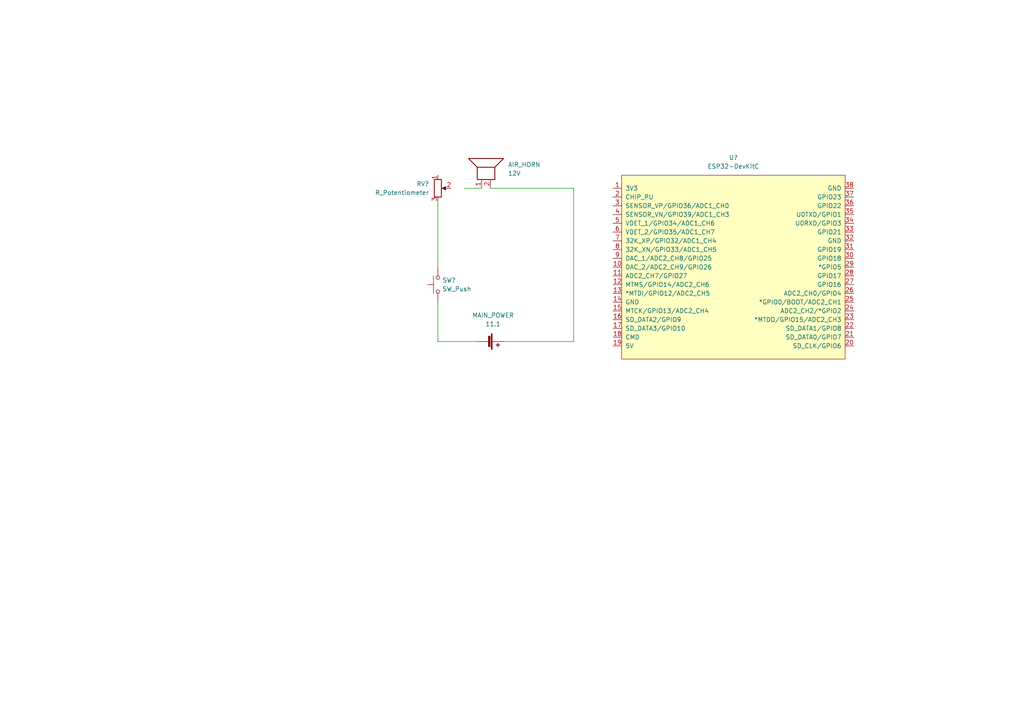
<source format=kicad_sch>
(kicad_sch (version 20211123) (generator eeschema)
  (paper "A4")
  (lib_symbols
    (symbol "Device:Battery_Cell" (pin_numbers hide) (pin_names (offset 0) hide)
      (property "Reference" "BT" (at 2.54 2.54 0))
      (property "Value" "Battery_Cell" (at 2.54 0 0))
      (symbol "Battery_Cell_0_1"
        (rectangle (start -2.286 1.778) (end 2.286 1.524) (fill (type outline)))
        (rectangle (start -1.5748 1.1938) (end 1.4732 0.6858) (fill (type outline)))
        (polyline (pts (xy 0 0.762) (xy 0 0)))
        (polyline (pts (xy 0 1.778) (xy 0 2.54)))
        (polyline (pts (xy 0.508 3.429) (xy 1.524 3.429)) (stroke (width 0.254)))
        (polyline (pts (xy 1.016 3.937) (xy 1.016 2.921)) (stroke (width 0.254)))
      )
      (symbol "Battery_Cell_1_1"
        (pin passive line (at 0 5.08 270) (length 2.54) (name "+") (number "1"))
        (pin passive line (at 0 -2.54 90) (length 2.54) (name "-") (number "2"))
      )
    )
    (symbol "Device:R_Potentiometer" (pin_names (offset 1.016) hide)
      (property "Reference" "RV" (at -4.445 0 90))
      (property "Value" "R_Potentiometer" (at -2.54 0 90))
      (symbol "R_Potentiometer_0_1"
        (polyline (pts (xy 2.54 0) (xy 1.524 0)))
        (polyline (pts (xy 1.143 0) (xy 2.286 0.508) (xy 2.286 -0.508) (xy 1.143 0)) (fill (type outline)))
        (rectangle (start 1.016 2.54) (end -1.016 -2.54) (stroke (width 0.254)))
      )
      (symbol "R_Potentiometer_1_1"
        (pin passive line (at 0 3.81 270) (length 1.27) (name "1") (number "1"))
        (pin passive line (at 3.81 0 180) (length 1.27) (name "2") (number "2"))
        (pin passive line (at 0 -3.81 90) (length 1.27) (name "3") (number "3"))
      )
    )
    (symbol "Device:Speaker" (pin_names (offset 0) hide)
      (property "Reference" "LS" (at 1.27 5.715 0))
      (property "Value" "Speaker" (at 1.27 3.81 0))
      (symbol "Speaker_0_0"
        (rectangle (start -2.54 1.27) (end 1.016 -3.81) (stroke (width 0.254)))
        (polyline (pts (xy 1.016 1.27) (xy 3.556 3.81) (xy 3.556 -6.35) (xy 1.016 -3.81)) (stroke (width 0.254)))
      )
      (symbol "Speaker_1_1"
        (pin input line (at -5.08 0 0) (length 2.54) (name "1") (number "1"))
        (pin input line (at -5.08 -2.54 0) (length 2.54) (name "2") (number "2"))
      )
    )
    (symbol "Espressif:ESP32-DevKitC" (pin_names (offset 1.016))
      (property "Reference" "U" (at -8.89 26.67 0))
      (property "Value" "ESP32-DevKitC" (at 0 -29.21 0))
      (symbol "ESP32-DevKitC_0_0"
        (pin power_in line (at -33.02 -11.43 0) (length 2.54) (name "GND") (number "14"))
        (pin power_in line (at -33.02 -24.13 0) (length 2.54) (name "5V") (number "19"))
      )
      (symbol "ESP32-DevKitC_0_1"
        (rectangle (start -30.48 25.4) (end 34.29 -27.94) (fill (type background)))
      )
      (symbol "ESP32-DevKitC_1_1"
        (pin power_in line (at -33.02 21.59 0) (length 2.54) (name "3V3") (number "1"))
        (pin bidirectional line (at -33.02 -1.27 0) (length 2.54) (name "DAC_2/ADC2_CH9/GPIO26") (number "10"))
        (pin bidirectional line (at -33.02 -3.81 0) (length 2.54) (name "ADC2_CH7/GPIO27") (number "11"))
        (pin bidirectional line (at -33.02 -6.35 0) (length 2.54) (name "MTMS/GPIO14/ADC2_CH6") (number "12"))
        (pin bidirectional line (at -33.02 -8.89 0) (length 2.54) (name "*MTDI/GPIO12/ADC2_CH5") (number "13"))
        (pin bidirectional line (at -33.02 -13.97 0) (length 2.54) (name "MTCK/GPIO13/ADC2_CH4") (number "15"))
        (pin bidirectional line (at -33.02 -16.51 0) (length 2.54) (name "SD_DATA2/GPIO9") (number "16"))
        (pin bidirectional line (at -33.02 -19.05 0) (length 2.54) (name "SD_DATA3/GPIO10") (number "17"))
        (pin bidirectional line (at -33.02 -21.59 0) (length 2.54) (name "CMD") (number "18"))
        (pin input line (at -33.02 19.05 0) (length 2.54) (name "CHIP_PU") (number "2"))
        (pin bidirectional line (at 36.83 -24.13 180) (length 2.54) (name "SD_CLK/GPIO6") (number "20"))
        (pin bidirectional line (at 36.83 -21.59 180) (length 2.54) (name "SD_DATA0/GPIO7") (number "21"))
        (pin bidirectional line (at 36.83 -19.05 180) (length 2.54) (name "SD_DATA1/GPIO8") (number "22"))
        (pin bidirectional line (at 36.83 -16.51 180) (length 2.54) (name "*MTDO/GPIO15/ADC2_CH3") (number "23"))
        (pin bidirectional line (at 36.83 -13.97 180) (length 2.54) (name "ADC2_CH2/*GPIO2") (number "24"))
        (pin bidirectional line (at 36.83 -11.43 180) (length 2.54) (name "*GPIO0/BOOT/ADC2_CH1") (number "25"))
        (pin bidirectional line (at 36.83 -8.89 180) (length 2.54) (name "ADC2_CH0/GPIO4") (number "26"))
        (pin bidirectional line (at 36.83 -6.35 180) (length 2.54) (name "GPIO16") (number "27"))
        (pin bidirectional line (at 36.83 -3.81 180) (length 2.54) (name "GPIO17") (number "28"))
        (pin bidirectional line (at 36.83 -1.27 180) (length 2.54) (name "*GPIO5") (number "29"))
        (pin input line (at -33.02 16.51 0) (length 2.54) (name "SENSOR_VP/GPIO36/ADC1_CH0") (number "3"))
        (pin bidirectional line (at 36.83 1.27 180) (length 2.54) (name "GPIO18") (number "30"))
        (pin bidirectional line (at 36.83 3.81 180) (length 2.54) (name "GPIO19") (number "31"))
        (pin power_in line (at 36.83 6.35 180) (length 2.54) (name "GND") (number "32"))
        (pin bidirectional line (at 36.83 8.89 180) (length 2.54) (name "GPIO21") (number "33"))
        (pin bidirectional line (at 36.83 11.43 180) (length 2.54) (name "U0RXD/GPIO3") (number "34"))
        (pin bidirectional line (at 36.83 13.97 180) (length 2.54) (name "U0TXD/GPIO1") (number "35"))
        (pin bidirectional line (at 36.83 16.51 180) (length 2.54) (name "GPIO22") (number "36"))
        (pin bidirectional line (at 36.83 19.05 180) (length 2.54) (name "GPIO23") (number "37"))
        (pin power_in line (at 36.83 21.59 180) (length 2.54) (name "GND") (number "38"))
        (pin input line (at -33.02 13.97 0) (length 2.54) (name "SENSOR_VN/GPIO39/ADC1_CH3") (number "4"))
        (pin input line (at -33.02 11.43 0) (length 2.54) (name "VDET_1/GPIO34/ADC1_CH6") (number "5"))
        (pin input line (at -33.02 8.89 0) (length 2.54) (name "VDET_2/GPIO35/ADC1_CH7") (number "6"))
        (pin bidirectional line (at -33.02 6.35 0) (length 2.54) (name "32K_XP/GPIO32/ADC1_CH4") (number "7"))
        (pin bidirectional line (at -33.02 3.81 0) (length 2.54) (name "32K_XN/GPIO33/ADC1_CH5") (number "8"))
        (pin bidirectional line (at -33.02 1.27 0) (length 2.54) (name "DAC_1/ADC2_CH8/GPIO25") (number "9"))
      )
    )
    (symbol "Switch:SW_Push" (pin_numbers hide) (pin_names (offset 1.016) hide)
      (property "Reference" "SW" (at 1.27 2.54 0))
      (property "Value" "SW_Push" (at 0 -1.524 0))
      (symbol "SW_Push_0_1"
        (circle (center -2.032 0) (radius 0.508))
        (polyline (pts (xy 0 1.27) (xy 0 3.048)))
        (polyline (pts (xy 2.54 1.27) (xy -2.54 1.27)))
        (circle (center 2.032 0) (radius 0.508))
        (pin passive line (at -5.08 0 0) (length 2.54) (name "1") (number "1"))
        (pin passive line (at 5.08 0 180) (length 2.54) (name "2") (number "2"))
      )
    )
  )
  (wire (pts (xy 127 58.42) (xy 127 77.47)))
  (wire (pts (xy 166.37 99.06) (xy 146.05 99.06)))
  (wire (pts (xy 127 99.06) (xy 138.43 99.06)))
  (wire (pts (xy 134.62 54.61) (xy 139.7 54.61)))
  (wire (pts (xy 166.37 54.61) (xy 166.37 99.06)))
  (wire (pts (xy 142.24 54.61) (xy 166.37 54.61)))
  (wire (pts (xy 127 99.06) (xy 127 87.63)))
  (symbol (lib_id "Device:Speaker") (at 139.7 49.53 90) (unit 1)
    (property "Reference" "AIR_HORN" (at 147.32 47.7519 90) (effects (justify right)))
    (property "Value" "12V" (at 147.32 50.2919 90) (effects (justify right)))
  )
  (symbol (lib_id "Device:Battery_Cell") (at 140.97 99.06 270) (unit 1)
    (property "Reference" "MAIN_POWER" (at 143.002 91.44 90))
    (property "Value" "11.1" (at 143.002 93.98 90))
  )
  (symbol (lib_id "Espressif:ESP32-DevKitC") (at 210.82 76.2 0) (unit 1)
    (property "Reference" "U?" (at 212.725 45.72 0))
    (property "Value" "ESP32-DevKitC" (at 212.725 48.26 0))
    (property "Footprint" "Espressif:ESP32-DevKitC" (effects hide))
    (property "Datasheet" "https://docs.espressif.com/projects/esp-idf/zh_CN/latest/esp32/hw-reference/esp32/get-started-devkitc.html" (effects hide))
  )
  (symbol (lib_id "Switch:SW_Push") (at 127 82.55 90) (unit 1)
    (property "Reference" "SW?" (at 128.27 81.2799 90) (effects (justify right)))
    (property "Value" "SW_Push" (at 128.27 83.8199 90) (effects (justify right)))
  )
  (symbol (lib_id "Device:R_Potentiometer") (at 127 54.61 0) (unit 1)
    (property "Reference" "RV?" (at 124.46 53.3399 0) (effects (justify right)))
    (property "Value" "R_Potentiometer" (at 124.46 55.8799 0) (effects (justify right)))
  )
)
</source>
